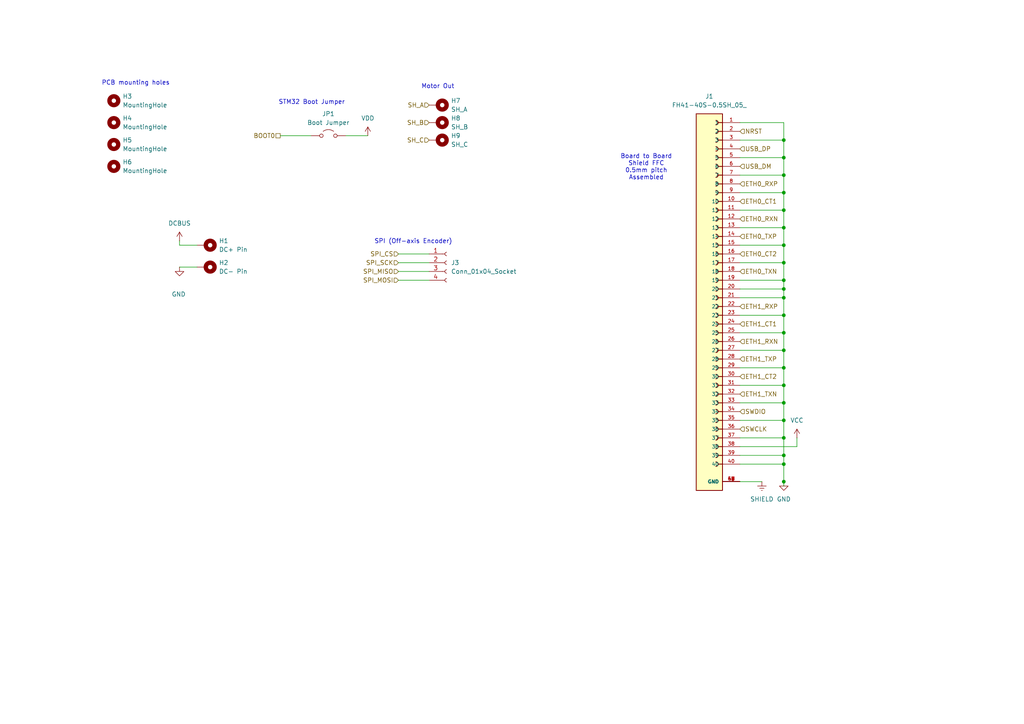
<source format=kicad_sch>
(kicad_sch (version 20231120) (generator "eeschema") (generator_version "8.0")
  (paper "A4")
  (lib_symbols
    (symbol "Connector:Conn_01x04_Socket" (pin_names (offset 1.016) hide)
      (property "Reference" "J" (at 0 5.08 0))
      (property "Value" "Conn_01x04_Socket" (at 0 -7.62 0))
      (symbol "Conn_01x04_Socket_1_1"
        (arc (start 0 -4.572) (mid -0.5058 -5.08) (end 0 -5.588) (stroke (width 0.1524)))
        (arc (start 0 -2.032) (mid -0.5058 -2.54) (end 0 -3.048) (stroke (width 0.1524)))
        (polyline (pts (xy -1.27 -5.08) (xy -0.508 -5.08)) (stroke (width 0.1524)))
        (polyline (pts (xy -1.27 -2.54) (xy -0.508 -2.54)) (stroke (width 0.1524)))
        (polyline (pts (xy -1.27 0) (xy -0.508 0)) (stroke (width 0.1524)))
        (polyline (pts (xy -1.27 2.54) (xy -0.508 2.54)) (stroke (width 0.1524)))
        (arc (start 0 0.508) (mid -0.5058 0) (end 0 -0.508) (stroke (width 0.1524)))
        (arc (start 0 3.048) (mid -0.5058 2.54) (end 0 2.032) (stroke (width 0.1524)))
        (pin passive line (at -5.08 2.54 0) (length 3.81) (name "Pin_1") (number "1"))
        (pin passive line (at -5.08 0 0) (length 3.81) (name "Pin_2") (number "2"))
        (pin passive line (at -5.08 -2.54 0) (length 3.81) (name "Pin_3") (number "3"))
        (pin passive line (at -5.08 -5.08 0) (length 3.81) (name "Pin_4") (number "4"))
      )
    )
    (symbol "FH41-40S-0.5SH_05_:FH41-40S-0.5SH_05_" (pin_names (offset 1.016))
      (property "Reference" "J" (at -7.62 54.61 0))
      (property "Value" "FH41-40S-0.5SH_05_" (at -7.62 -58.42 0))
      (symbol "FH41-40S-0.5SH_05__0_0"
        (rectangle (start -7.62 -55.88) (end 0 53.34) (stroke (width 0.254)) (fill (type background)))
        (arc (start -1.905 -48.895) (mid -1.2727 -48.26) (end -1.905 -47.625) (stroke (width 0.254)))
        (arc (start -1.905 -46.355) (mid -1.2727 -45.72) (end -1.905 -45.085) (stroke (width 0.254)))
        (arc (start -1.905 -43.815) (mid -1.2727 -43.18) (end -1.905 -42.545) (stroke (width 0.254)))
        (arc (start -1.905 -41.275) (mid -1.2727 -40.64) (end -1.905 -40.005) (stroke (width 0.254)))
        (arc (start -1.905 -38.735) (mid -1.2727 -38.1) (end -1.905 -37.465) (stroke (width 0.254)))
        (arc (start -1.905 -36.195) (mid -1.2727 -35.56) (end -1.905 -34.925) (stroke (width 0.254)))
        (arc (start -1.905 -33.655) (mid -1.2727 -33.02) (end -1.905 -32.385) (stroke (width 0.254)))
        (arc (start -1.905 -31.115) (mid -1.2727 -30.48) (end -1.905 -29.845) (stroke (width 0.254)))
        (arc (start -1.905 -28.575) (mid -1.2727 -27.94) (end -1.905 -27.305) (stroke (width 0.254)))
        (arc (start -1.905 -26.035) (mid -1.2727 -25.4) (end -1.905 -24.765) (stroke (width 0.254)))
        (arc (start -1.905 -23.495) (mid -1.2727 -22.86) (end -1.905 -22.225) (stroke (width 0.254)))
        (arc (start -1.905 -20.955) (mid -1.2727 -20.32) (end -1.905 -19.685) (stroke (width 0.254)))
        (arc (start -1.905 -18.415) (mid -1.2727 -17.78) (end -1.905 -17.145) (stroke (width 0.254)))
        (arc (start -1.905 -15.875) (mid -1.2727 -15.24) (end -1.905 -14.605) (stroke (width 0.254)))
        (arc (start -1.905 -13.335) (mid -1.2727 -12.7) (end -1.905 -12.065) (stroke (width 0.254)))
        (arc (start -1.905 -10.795) (mid -1.2727 -10.16) (end -1.905 -9.525) (stroke (width 0.254)))
        (arc (start -1.905 -8.255) (mid -1.2727 -7.62) (end -1.905 -6.985) (stroke (width 0.254)))
        (arc (start -1.905 -5.715) (mid -1.2727 -5.08) (end -1.905 -4.445) (stroke (width 0.254)))
        (arc (start -1.905 -3.175) (mid -1.2727 -2.54) (end -1.905 -1.905) (stroke (width 0.254)))
        (arc (start -1.905 -0.635) (mid -1.2727 0) (end -1.905 0.635) (stroke (width 0.254)))
        (arc (start -1.905 1.905) (mid -1.2727 2.54) (end -1.905 3.175) (stroke (width 0.254)))
        (arc (start -1.905 4.445) (mid -1.2727 5.08) (end -1.905 5.715) (stroke (width 0.254)))
        (arc (start -1.905 6.985) (mid -1.2727 7.62) (end -1.905 8.255) (stroke (width 0.254)))
        (arc (start -1.905 9.525) (mid -1.2727 10.16) (end -1.905 10.795) (stroke (width 0.254)))
        (arc (start -1.905 12.065) (mid -1.2727 12.7) (end -1.905 13.335) (stroke (width 0.254)))
        (arc (start -1.905 14.605) (mid -1.2727 15.24) (end -1.905 15.875) (stroke (width 0.254)))
        (arc (start -1.905 17.145) (mid -1.2727 17.78) (end -1.905 18.415) (stroke (width 0.254)))
        (arc (start -1.905 19.685) (mid -1.2727 20.32) (end -1.905 20.955) (stroke (width 0.254)))
        (arc (start -1.905 22.225) (mid -1.2727 22.86) (end -1.905 23.495) (stroke (width 0.254)))
        (arc (start -1.905 24.765) (mid -1.2727 25.4) (end -1.905 26.035) (stroke (width 0.254)))
        (arc (start -1.905 27.305) (mid -1.2727 27.94) (end -1.905 28.575) (stroke (width 0.254)))
        (arc (start -1.905 29.845) (mid -1.2727 30.48) (end -1.905 31.115) (stroke (width 0.254)))
        (arc (start -1.905 32.385) (mid -1.2727 33.02) (end -1.905 33.655) (stroke (width 0.254)))
        (arc (start -1.905 34.925) (mid -1.2727 35.56) (end -1.905 36.195) (stroke (width 0.254)))
        (arc (start -1.905 37.465) (mid -1.2727 38.1) (end -1.905 38.735) (stroke (width 0.254)))
        (arc (start -1.905 40.005) (mid -1.2727 40.64) (end -1.905 41.275) (stroke (width 0.254)))
        (arc (start -1.905 42.545) (mid -1.2727 43.18) (end -1.905 43.815) (stroke (width 0.254)))
        (arc (start -1.905 45.085) (mid -1.2727 45.72) (end -1.905 46.355) (stroke (width 0.254)))
        (arc (start -1.905 47.625) (mid -1.2727 48.26) (end -1.905 48.895) (stroke (width 0.254)))
        (arc (start -1.905 50.165) (mid -1.2727 50.8) (end -1.905 51.435) (stroke (width 0.254)))
        (polyline (pts (xy 0 -48.26) (xy -1.27 -48.26)) (stroke (width 0.254)))
        (polyline (pts (xy 0 -45.72) (xy -1.27 -45.72)) (stroke (width 0.254)))
        (polyline (pts (xy 0 -43.18) (xy -1.27 -43.18)) (stroke (width 0.254)))
        (polyline (pts (xy 0 -40.64) (xy -1.27 -40.64)) (stroke (width 0.254)))
        (polyline (pts (xy 0 -38.1) (xy -1.27 -38.1)) (stroke (width 0.254)))
        (polyline (pts (xy 0 -35.56) (xy -1.27 -35.56)) (stroke (width 0.254)))
        (polyline (pts (xy 0 -33.02) (xy -1.27 -33.02)) (stroke (width 0.254)))
        (polyline (pts (xy 0 -30.48) (xy -1.27 -30.48)) (stroke (width 0.254)))
        (polyline (pts (xy 0 -27.94) (xy -1.27 -27.94)) (stroke (width 0.254)))
        (polyline (pts (xy 0 -25.4) (xy -1.27 -25.4)) (stroke (width 0.254)))
        (polyline (pts (xy 0 -22.86) (xy -1.27 -22.86)) (stroke (width 0.254)))
        (polyline (pts (xy 0 -20.32) (xy -1.27 -20.32)) (stroke (width 0.254)))
        (polyline (pts (xy 0 -17.78) (xy -1.27 -17.78)) (stroke (width 0.254)))
        (polyline (pts (xy 0 -15.24) (xy -1.27 -15.24)) (stroke (width 0.254)))
        (polyline (pts (xy 0 -12.7) (xy -1.27 -12.7)) (stroke (width 0.254)))
        (polyline (pts (xy 0 -10.16) (xy -1.27 -10.16)) (stroke (width 0.254)))
        (polyline (pts (xy 0 -7.62) (xy -1.27 -7.62)) (stroke (width 0.254)))
        (polyline (pts (xy 0 -5.08) (xy -1.27 -5.08)) (stroke (width 0.254)))
        (polyline (pts (xy 0 -2.54) (xy -1.27 -2.54)) (stroke (width 0.254)))
        (polyline (pts (xy 0 0) (xy -1.27 0)) (stroke (width 0.254)))
        (polyline (pts (xy 0 2.54) (xy -1.27 2.54)) (stroke (width 0.254)))
        (polyline (pts (xy 0 5.08) (xy -1.27 5.08)) (stroke (width 0.254)))
        (polyline (pts (xy 0 7.62) (xy -1.27 7.62)) (stroke (width 0.254)))
        (polyline (pts (xy 0 10.16) (xy -1.27 10.16)) (stroke (width 0.254)))
        (polyline (pts (xy 0 12.7) (xy -1.27 12.7)) (stroke (width 0.254)))
        (polyline (pts (xy 0 15.24) (xy -1.27 15.24)) (stroke (width 0.254)))
        (polyline (pts (xy 0 17.78) (xy -1.27 17.78)) (stroke (width 0.254)))
        (polyline (pts (xy 0 20.32) (xy -1.27 20.32)) (stroke (width 0.254)))
        (polyline (pts (xy 0 22.86) (xy -1.27 22.86)) (stroke (width 0.254)))
        (polyline (pts (xy 0 25.4) (xy -1.27 25.4)) (stroke (width 0.254)))
        (polyline (pts (xy 0 27.94) (xy -1.27 27.94)) (stroke (width 0.254)))
        (polyline (pts (xy 0 30.48) (xy -1.27 30.48)) (stroke (width 0.254)))
        (polyline (pts (xy 0 33.02) (xy -1.27 33.02)) (stroke (width 0.254)))
        (polyline (pts (xy 0 35.56) (xy -1.27 35.56)) (stroke (width 0.254)))
        (polyline (pts (xy 0 38.1) (xy -1.27 38.1)) (stroke (width 0.254)))
        (polyline (pts (xy 0 40.64) (xy -1.27 40.64)) (stroke (width 0.254)))
        (polyline (pts (xy 0 43.18) (xy -1.27 43.18)) (stroke (width 0.254)))
        (polyline (pts (xy 0 45.72) (xy -1.27 45.72)) (stroke (width 0.254)))
        (polyline (pts (xy 0 48.26) (xy -1.27 48.26)) (stroke (width 0.254)))
        (polyline (pts (xy 0 50.8) (xy -1.27 50.8)) (stroke (width 0.254)))
        (pin passive line (at 5.08 50.8 180) (length 5.08) (name "1") (number "1"))
        (pin passive line (at 5.08 27.94 180) (length 5.08) (name "10") (number "10"))
        (pin passive line (at 5.08 25.4 180) (length 5.08) (name "11") (number "11"))
        (pin passive line (at 5.08 22.86 180) (length 5.08) (name "12") (number "12"))
        (pin passive line (at 5.08 20.32 180) (length 5.08) (name "13") (number "13"))
        (pin passive line (at 5.08 17.78 180) (length 5.08) (name "14") (number "14"))
        (pin passive line (at 5.08 15.24 180) (length 5.08) (name "15") (number "15"))
        (pin passive line (at 5.08 12.7 180) (length 5.08) (name "16") (number "16"))
        (pin passive line (at 5.08 10.16 180) (length 5.08) (name "17") (number "17"))
        (pin passive line (at 5.08 7.62 180) (length 5.08) (name "18") (number "18"))
        (pin passive line (at 5.08 5.08 180) (length 5.08) (name "19") (number "19"))
        (pin passive line (at 5.08 48.26 180) (length 5.08) (name "2") (number "2"))
        (pin passive line (at 5.08 2.54 180) (length 5.08) (name "20") (number "20"))
        (pin passive line (at 5.08 0 180) (length 5.08) (name "21") (number "21"))
        (pin passive line (at 5.08 -2.54 180) (length 5.08) (name "22") (number "22"))
        (pin passive line (at 5.08 -5.08 180) (length 5.08) (name "23") (number "23"))
        (pin passive line (at 5.08 -7.62 180) (length 5.08) (name "24") (number "24"))
        (pin passive line (at 5.08 -10.16 180) (length 5.08) (name "25") (number "25"))
        (pin passive line (at 5.08 -12.7 180) (length 5.08) (name "26") (number "26"))
        (pin passive line (at 5.08 -15.24 180) (length 5.08) (name "27") (number "27"))
        (pin passive line (at 5.08 -17.78 180) (length 5.08) (name "28") (number "28"))
        (pin passive line (at 5.08 -20.32 180) (length 5.08) (name "29") (number "29"))
        (pin passive line (at 5.08 45.72 180) (length 5.08) (name "3") (number "3"))
        (pin passive line (at 5.08 -22.86 180) (length 5.08) (name "30") (number "30"))
        (pin passive line (at 5.08 -25.4 180) (length 5.08) (name "31") (number "31"))
        (pin passive line (at 5.08 -27.94 180) (length 5.08) (name "32") (number "32"))
        (pin passive line (at 5.08 -30.48 180) (length 5.08) (name "33") (number "33"))
        (pin passive line (at 5.08 -33.02 180) (length 5.08) (name "34") (number "34"))
        (pin passive line (at 5.08 -35.56 180) (length 5.08) (name "35") (number "35"))
        (pin passive line (at 5.08 -38.1 180) (length 5.08) (name "36") (number "36"))
        (pin passive line (at 5.08 -40.64 180) (length 5.08) (name "37") (number "37"))
        (pin passive line (at 5.08 -43.18 180) (length 5.08) (name "38") (number "38"))
        (pin passive line (at 5.08 -45.72 180) (length 5.08) (name "39") (number "39"))
        (pin passive line (at 5.08 43.18 180) (length 5.08) (name "4") (number "4"))
        (pin passive line (at 5.08 -48.26 180) (length 5.08) (name "40") (number "40"))
        (pin power_in line (at 5.08 -53.34 180) (length 5.08) (name "GND") (number "41"))
        (pin power_in line (at 5.08 -53.34 180) (length 5.08) (name "GND") (number "42"))
        (pin power_in line (at 5.08 -53.34 180) (length 5.08) (name "GND") (number "43"))
        (pin power_in line (at 5.08 -53.34 180) (length 5.08) (name "GND") (number "44"))
        (pin power_in line (at 5.08 -53.34 180) (length 5.08) (name "GND") (number "45"))
        (pin power_in line (at 5.08 -53.34 180) (length 5.08) (name "GND") (number "46"))
        (pin power_in line (at 5.08 -53.34 180) (length 5.08) (name "GND") (number "47"))
        (pin power_in line (at 5.08 -53.34 180) (length 5.08) (name "GND") (number "48"))
        (pin power_in line (at 5.08 -53.34 180) (length 5.08) (name "GND") (number "49"))
        (pin passive line (at 5.08 40.64 180) (length 5.08) (name "5") (number "5"))
        (pin power_in line (at 5.08 -53.34 180) (length 5.08) (name "GND") (number "50"))
        (pin passive line (at 5.08 38.1 180) (length 5.08) (name "6") (number "6"))
        (pin passive line (at 5.08 35.56 180) (length 5.08) (name "7") (number "7"))
        (pin passive line (at 5.08 33.02 180) (length 5.08) (name "8") (number "8"))
        (pin passive line (at 5.08 30.48 180) (length 5.08) (name "9") (number "9"))
      )
    )
    (symbol "Jumper:Jumper_2_Open" (pin_numbers hide) (pin_names (offset 0) hide) (exclude_from_sim yes)
      (property "Reference" "JP" (at 0 2.794 0))
      (property "Value" "Jumper_2_Open" (at 0 -2.286 0))
      (symbol "Jumper_2_Open_0_0"
        (circle (center -2.032 0) (radius 0.508))
        (circle (center 2.032 0) (radius 0.508))
      )
      (symbol "Jumper_2_Open_0_1"
        (arc (start 1.524 1.27) (mid 0 1.778) (end -1.524 1.27))
      )
      (symbol "Jumper_2_Open_1_1"
        (pin passive line (at -5.08 0 0) (length 2.54) (name "A") (number "1"))
        (pin passive line (at 5.08 0 180) (length 2.54) (name "B") (number "2"))
      )
    )
    (symbol "Mechanical:MountingHole" (pin_names (offset 1.016)) (exclude_from_sim yes) (in_bom no)
      (property "Reference" "H" (at 0 5.08 0))
      (property "Value" "MountingHole" (at 0 3.175 0))
      (symbol "MountingHole_0_1"
        (circle (center 0 0) (radius 1.27) (stroke (width 1.27)))
      )
    )
    (symbol "Mechanical:MountingHole_Pad" (pin_numbers hide) (pin_names (offset 1.016) hide) (exclude_from_sim yes) (in_bom no)
      (property "Reference" "H" (at 0 6.35 0))
      (property "Value" "MountingHole_Pad" (at 0 4.445 0))
      (symbol "MountingHole_Pad_0_1"
        (circle (center 0 1.27) (radius 1.27) (stroke (width 1.27)))
      )
      (symbol "MountingHole_Pad_1_1"
        (pin input line (at 0 -2.54 90) (length 2.54) (name "1") (number "1"))
      )
    )
    (symbol "power:+3.3V" (power) (pin_numbers hide) (pin_names (offset 0) hide)
      (property "Value" "+3.3V" (at 0 3.556 0))
      (symbol "+3.3V_0_1"
        (polyline (pts (xy -0.762 1.27) (xy 0 2.54)))
        (polyline (pts (xy 0 0) (xy 0 2.54)))
        (polyline (pts (xy 0 2.54) (xy 0.762 1.27)))
      )
      (symbol "+3.3V_1_1"
        (pin power_in line (at 0 0 90) (length 0) (name "~") (number "1"))
      )
    )
    (symbol "power:Earth" (power) (pin_numbers hide) (pin_names (offset 0) hide)
      (property "Value" "Earth" (at 0 -3.81 0))
      (symbol "Earth_0_1"
        (polyline (pts (xy -0.635 -1.905) (xy 0.635 -1.905)))
        (polyline (pts (xy -0.127 -2.54) (xy 0.127 -2.54)))
        (polyline (pts (xy 0 -1.27) (xy 0 0)))
        (polyline (pts (xy 1.27 -1.27) (xy -1.27 -1.27)))
      )
      (symbol "Earth_1_1"
        (pin power_in line (at 0 0 270) (length 0) (name "~") (number "1"))
      )
    )
    (symbol "power:GND" (power) (pin_numbers hide) (pin_names (offset 0) hide)
      (property "Value" "GND" (at 0 -3.81 0))
      (symbol "GND_0_1"
        (polyline (pts (xy 0 0) (xy 0 -1.27) (xy 1.27 -1.27) (xy 0 -2.54) (xy -1.27 -1.27) (xy 0 -1.27)))
      )
      (symbol "GND_1_1"
        (pin power_in line (at 0 0 270) (length 0) (name "~") (number "1"))
      )
    )
    (symbol "power:VCC" (power) (pin_numbers hide) (pin_names (offset 0) hide)
      (property "Value" "VCC" (at 0 3.556 0))
      (symbol "VCC_0_1"
        (polyline (pts (xy -0.762 1.27) (xy 0 2.54)))
        (polyline (pts (xy 0 0) (xy 0 2.54)))
        (polyline (pts (xy 0 2.54) (xy 0.762 1.27)))
      )
      (symbol "VCC_1_1"
        (pin power_in line (at 0 0 90) (length 0) (name "~") (number "1"))
      )
    )
    (symbol "power:VDD" (power) (pin_numbers hide) (pin_names (offset 0) hide)
      (property "Value" "VDD" (at 0 3.556 0))
      (symbol "VDD_0_1"
        (polyline (pts (xy -0.762 1.27) (xy 0 2.54)))
        (polyline (pts (xy 0 0) (xy 0 2.54)))
        (polyline (pts (xy 0 2.54) (xy 0.762 1.27)))
      )
      (symbol "VDD_1_1"
        (pin power_in line (at 0 0 90) (length 0) (name "~") (number "1"))
      )
    )
  )
  (junction (at 227.33 139.7))
  (junction (at 227.33 81.28))
  (junction (at 227.33 86.36))
  (junction (at 227.33 96.52))
  (junction (at 227.33 101.6))
  (junction (at 227.33 132.08))
  (junction (at 227.33 134.62))
  (junction (at 227.33 121.92))
  (junction (at 227.33 60.96))
  (junction (at 227.33 50.8))
  (junction (at 227.33 91.44))
  (junction (at 227.33 71.12))
  (junction (at 227.33 127))
  (junction (at 227.33 106.68))
  (junction (at 227.33 66.04))
  (junction (at 227.33 111.76))
  (junction (at 227.33 83.82))
  (junction (at 227.33 76.2))
  (junction (at 227.33 45.72))
  (junction (at 227.33 40.64))
  (junction (at 227.33 55.88))
  (junction (at 227.33 116.84))
  (wire (pts (xy 214.63 60.96) (xy 227.33 60.96)))
  (wire (pts (xy 115.57 76.2) (xy 124.46 76.2)))
  (wire (pts (xy 227.33 45.72) (xy 227.33 50.8)))
  (wire (pts (xy 227.33 139.7) (xy 227.33 134.62)))
  (wire (pts (xy 227.33 121.92) (xy 227.33 127)))
  (wire (pts (xy 214.63 116.84) (xy 227.33 116.84)))
  (wire (pts (xy 231.14 127) (xy 231.14 129.54)))
  (wire (pts (xy 115.57 73.66) (xy 124.46 73.66)))
  (wire (pts (xy 214.63 81.28) (xy 227.33 81.28)))
  (wire (pts (xy 227.33 116.84) (xy 227.33 121.92)))
  (wire (pts (xy 52.07 77.47) (xy 57.15 77.47)))
  (wire (pts (xy 214.63 139.7) (xy 220.98 139.7)))
  (wire (pts (xy 214.63 45.72) (xy 227.33 45.72)))
  (wire (pts (xy 214.63 96.52) (xy 227.33 96.52)))
  (wire (pts (xy 214.63 111.76) (xy 227.33 111.76)))
  (wire (pts (xy 227.33 127) (xy 227.33 132.08)))
  (wire (pts (xy 214.63 132.08) (xy 227.33 132.08)))
  (wire (pts (xy 227.33 45.72) (xy 227.33 40.64)))
  (wire (pts (xy 214.63 40.64) (xy 227.33 40.64)))
  (wire (pts (xy 227.33 60.96) (xy 227.33 55.88)))
  (wire (pts (xy 227.33 86.36) (xy 227.33 91.44)))
  (wire (pts (xy 214.63 134.62) (xy 227.33 134.62)))
  (wire (pts (xy 227.33 111.76) (xy 227.33 116.84)))
  (wire (pts (xy 227.33 35.56) (xy 227.33 40.64)))
  (wire (pts (xy 227.33 81.28) (xy 227.33 76.2)))
  (wire (pts (xy 227.33 35.56) (xy 214.63 35.56)))
  (wire (pts (xy 115.57 81.28) (xy 124.46 81.28)))
  (wire (pts (xy 214.63 50.8) (xy 227.33 50.8)))
  (wire (pts (xy 214.63 129.54) (xy 231.14 129.54)))
  (wire (pts (xy 214.63 55.88) (xy 227.33 55.88)))
  (wire (pts (xy 227.33 55.88) (xy 227.33 50.8)))
  (wire (pts (xy 227.33 71.12) (xy 227.33 66.04)))
  (wire (pts (xy 227.33 101.6) (xy 227.33 106.68)))
  (wire (pts (xy 214.63 86.36) (xy 227.33 86.36)))
  (wire (pts (xy 227.33 132.08) (xy 227.33 134.62)))
  (wire (pts (xy 214.63 127) (xy 227.33 127)))
  (wire (pts (xy 227.33 81.28) (xy 227.33 83.82)))
  (wire (pts (xy 106.68 39.37) (xy 100.33 39.37)))
  (wire (pts (xy 115.57 78.74) (xy 124.46 78.74)))
  (wire (pts (xy 214.63 66.04) (xy 227.33 66.04)))
  (wire (pts (xy 214.63 101.6) (xy 227.33 101.6)))
  (wire (pts (xy 227.33 71.12) (xy 227.33 76.2)))
  (wire (pts (xy 52.07 69.85) (xy 52.07 71.12)))
  (wire (pts (xy 52.07 71.12) (xy 57.15 71.12)))
  (wire (pts (xy 227.33 83.82) (xy 227.33 86.36)))
  (wire (pts (xy 227.33 140.97) (xy 227.33 139.7)))
  (wire (pts (xy 227.33 106.68) (xy 227.33 111.76)))
  (wire (pts (xy 214.63 71.12) (xy 227.33 71.12)))
  (wire (pts (xy 214.63 106.68) (xy 227.33 106.68)))
  (wire (pts (xy 214.63 121.92) (xy 227.33 121.92)))
  (wire (pts (xy 214.63 91.44) (xy 227.33 91.44)))
  (wire (pts (xy 214.63 76.2) (xy 227.33 76.2)))
  (wire (pts (xy 81.28 39.37) (xy 90.17 39.37)))
  (wire (pts (xy 227.33 91.44) (xy 227.33 96.52)))
  (wire (pts (xy 214.63 83.82) (xy 227.33 83.82)))
  (wire (pts (xy 227.33 96.52) (xy 227.33 101.6)))
  (wire (pts (xy 227.33 66.04) (xy 227.33 60.96)))
  (text "STM32 Boot Jumper" (at 90.424 29.718 0) (effects (font (size 1.27 1.27))))
  (text "SPI (Off-axis Encoder)" (at 119.888 70.104 0) (effects (font (size 1.27 1.27))))
  (text "Motor Out" (at 127 25.146 0) (effects (font (size 1.27 1.27))))
  (text "Board to Board\nShield FFC\n0.5mm pitch\nAssembled" (at 187.452 48.514 0) (effects (font (size 1.27 1.27))))
  (text "PCB mounting holes" (at 39.37 24.13 0) (effects (font (size 1.27 1.27))))
  (hierarchical_label "ETH1_RXN" (shape input) (at 214.63 99.06 0))
  (hierarchical_label "SH_C" (shape input) (at 124.46 40.64 180))
  (hierarchical_label "ETH0_RXN" (shape input) (at 214.63 63.5 0))
  (hierarchical_label "SH_A" (shape input) (at 124.46 30.48 180))
  (hierarchical_label "BOOT0" (shape passive) (at 81.28 39.37 180))
  (hierarchical_label "ETH0_TXN" (shape input) (at 214.63 78.74 0))
  (hierarchical_label "ETH0_CT1" (shape input) (at 214.63 58.42 0))
  (hierarchical_label "ETH0_CT2" (shape input) (at 214.63 73.66 0))
  (hierarchical_label "ETH0_RXP" (shape input) (at 214.63 53.34 0))
  (hierarchical_label "SH_B" (shape input) (at 124.46 35.56 180))
  (hierarchical_label "SWDIO" (shape input) (at 214.63 119.38 0))
  (hierarchical_label "ETH1_TXN" (shape input) (at 214.63 114.3 0))
  (hierarchical_label "ETH1_TXP" (shape input) (at 214.63 104.14 0))
  (hierarchical_label "SPI_MOSI" (shape input) (at 115.57 81.28 180))
  (hierarchical_label "ETH0_TXP" (shape input) (at 214.63 68.58 0))
  (hierarchical_label "NRST" (shape input) (at 214.63 38.1 0))
  (hierarchical_label "SPI_MISO" (shape input) (at 115.57 78.74 180))
  (hierarchical_label "USB_DM" (shape input) (at 214.63 48.26 0))
  (hierarchical_label "USB_DP" (shape input) (at 214.63 43.18 0))
  (hierarchical_label "SPI_SCK" (shape input) (at 115.57 76.2 180))
  (hierarchical_label "SPI_CS" (shape input) (at 115.57 73.66 180))
  (hierarchical_label "ETH1_RXP" (shape input) (at 214.63 88.9 0))
  (hierarchical_label "SWCLK" (shape input) (at 214.63 124.46 0))
  (hierarchical_label "ETH1_CT2" (shape input) (at 214.63 109.22 0))
  (hierarchical_label "ETH1_CT1" (shape input) (at 214.63 93.98 0))
  (symbol (lib_id "power:GND") (at 227.33 139.7 0) (unit 1)
    (property "Reference" "#PWR057" (effects (hide yes)))
    (property "Value" "GND" (at 227.33 144.78 0))
    (property "Description" "Power symbol creates a global label with name \"GND\" , ground" (effects (hide yes)))
  )
  (symbol (lib_id "Mechanical:MountingHole_Pad") (at 127 30.48 270) (unit 1) (exclude_from_sim yes) (in_bom no)
    (property "Reference" "H7" (at 130.81 29.2099 90) (effects (justify left)))
    (property "Value" "SH_A" (at 130.81 31.7499 90) (effects (justify left)))
    (property "Description" "Mounting Hole with connection" (effects (hide yes)))
  )
  (symbol (lib_id "Mechanical:MountingHole_Pad") (at 59.69 77.47 270) (unit 1) (exclude_from_sim yes) (in_bom no)
    (property "Reference" "H2" (at 63.5 76.1999 90) (effects (justify left)))
    (property "Value" "DC- Pin" (at 63.5 78.7399 90) (effects (justify left)))
    (property "Description" "Mounting Hole with connection" (effects (hide yes)))
  )
  (symbol (lib_id "FH41-40S-0.5SH_05_:FH41-40S-0.5SH_05_") (at 209.55 86.36 0) (unit 1)
    (property "Reference" "J1" (at 205.74 27.94 0))
    (property "Value" "FH41-40S-0.5SH_05_" (at 205.74 30.48 0))
    (property "Footprint" "FH41-40S-0.5SH_05_:HRS_FH41-40S-0.5SH_05_" (effects (hide yes)))
    (property "MF" "Hirose Electric" (effects (hide yes)))
    (property "MAXIMUM_PACKAGE_HEIGHT" "4.74 mm" (effects (hide yes)))
    (property "Package" "None" (effects (hide yes)))
    (property "Price" "None" (effects (hide yes)))
    (property "Check_prices" "https://www.snapeda.com/parts/FH41-40S-0.5SH(05)/Hirose+Electric+Co+Ltd/view-part/?ref=eda" (effects (hide yes)))
    (property "STANDARD" "Manufacturer Recommendations" (effects (hide yes)))
    (property "PARTREV" "18.03.19" (effects (hide yes)))
    (property "SnapEDA_Link" "https://www.snapeda.com/parts/FH41-40S-0.5SH(05)/Hirose+Electric+Co+Ltd/view-part/?ref=snap" (effects (hide yes)))
    (property "MP" "FH41-40S-0.5SH(05)" (effects (hide yes)))
    (property "Description_1" "\n40 Position FFC Connector Contacts, Bottom 0.020 (0.50mm) Surface Mount, Right Angle\n" (effects (hide yes)))
    (property "Availability" "In Stock" (effects (hide yes)))
    (property "MANUFACTURER" "Hirose" (effects (hide yes)))
    (property "LCSC Part Number" "C596805" (effects (hide yes)))
  )
  (symbol (lib_id "power:Earth") (at 220.98 139.7 0) (unit 1)
    (property "Reference" "#PWR056" (effects (hide yes)))
    (property "Value" "SHIELD" (at 220.98 144.78 0))
    (property "Description" "Power symbol creates a global label with name \"Earth\"" (effects (hide yes)))
  )
  (symbol (lib_id "power:+3.3V") (at 52.07 69.85 0) (unit 1)
    (property "Reference" "#PWR0104" (effects (hide yes)))
    (property "Value" "DCBUS" (at 52.07 64.77 0))
    (property "Description" "Power symbol creates a global label with name \"+3.3V\"" (effects (hide yes)))
  )
  (symbol (lib_id "Mechanical:MountingHole") (at 33.02 41.91 0) (unit 1) (exclude_from_sim yes) (in_bom no)
    (property "Reference" "H5" (at 35.56 40.6399 0) (effects (justify left)))
    (property "Value" "MountingHole" (at 35.56 43.1799 0) (effects (justify left)))
    (property "Footprint" "MountingHole:MountingHole_2.2mm_M2" (effects (hide yes)))
    (property "Description" "Mounting Hole without connection" (effects (hide yes)))
  )
  (symbol (lib_id "Mechanical:MountingHole") (at 33.02 35.56 0) (unit 1) (exclude_from_sim yes) (in_bom no)
    (property "Reference" "H4" (at 35.56 34.2899 0) (effects (justify left)))
    (property "Value" "MountingHole" (at 35.56 36.8299 0) (effects (justify left)))
    (property "Footprint" "MountingHole:MountingHole_2.2mm_M2" (effects (hide yes)))
    (property "Description" "Mounting Hole without connection" (effects (hide yes)))
  )
  (symbol (lib_id "Jumper:Jumper_2_Open") (at 95.25 39.37 0) (unit 1) (exclude_from_sim yes)
    (property "Reference" "JP1" (at 95.25 33.02 0))
    (property "Value" "Boot Jumper" (at 95.25 35.56 0))
    (property "Description" "Jumper, 2-pole, open" (effects (hide yes)))
  )
  (symbol (lib_id "Mechanical:MountingHole_Pad") (at 127 35.56 270) (unit 1) (exclude_from_sim yes) (in_bom no)
    (property "Reference" "H8" (at 130.81 34.2899 90) (effects (justify left)))
    (property "Value" "SH_B" (at 130.81 36.8299 90) (effects (justify left)))
    (property "Description" "Mounting Hole with connection" (effects (hide yes)))
  )
  (symbol (lib_id "power:GND") (at 52.07 77.47 0) (unit 1)
    (property "Reference" "#PWR0105" (effects (hide yes)))
    (property "Value" "GND" (at 51.816 85.344 0))
  )
  (symbol (lib_id "Connector:Conn_01x04_Socket") (at 129.54 76.2 0) (unit 1)
    (property "Reference" "J3" (at 130.81 76.1999 0) (effects (justify left)))
    (property "Value" "Conn_01x04_Socket" (at 130.81 78.7399 0) (effects (justify left)))
    (property "Footprint" "Hole-Mounts:Nine-Hole" (effects (hide yes)))
    (property "Description" "Generic connector, single row, 01x04, script generated" (effects (hide yes)))
  )
  (symbol (lib_id "Mechanical:MountingHole") (at 33.02 48.26 0) (unit 1) (exclude_from_sim yes) (in_bom no)
    (property "Reference" "H6" (at 35.56 46.9899 0) (effects (justify left)))
    (property "Value" "MountingHole" (at 35.56 49.5299 0) (effects (justify left)))
    (property "Footprint" "MountingHole:MountingHole_2.2mm_M2" (effects (hide yes)))
    (property "Description" "Mounting Hole without connection" (effects (hide yes)))
  )
  (symbol (lib_id "Mechanical:MountingHole_Pad") (at 59.69 71.12 270) (unit 1) (exclude_from_sim yes) (in_bom no)
    (property "Reference" "H1" (at 63.5 69.8499 90) (effects (justify left)))
    (property "Value" "DC+ Pin" (at 63.5 72.3899 90) (effects (justify left)))
    (property "Description" "Mounting Hole with connection" (effects (hide yes)))
  )
  (symbol (lib_id "power:VCC") (at 231.14 127 0) (unit 1)
    (property "Reference" "#PWR0103" (effects (hide yes)))
    (property "Value" "VCC" (at 231.14 121.92 0))
    (property "Description" "Power symbol creates a global label with name \"VCC\"" (effects (hide yes)))
  )
  (symbol (lib_id "power:VDD") (at 106.68 39.37 0) (unit 1)
    (property "Reference" "#PWR062" (effects (hide yes)))
    (property "Value" "VDD" (at 106.68 34.29 0))
    (property "Description" "Power symbol creates a global label with name \"VDD\"" (effects (hide yes)))
  )
  (symbol (lib_id "Mechanical:MountingHole_Pad") (at 127 40.64 270) (unit 1) (exclude_from_sim yes) (in_bom no)
    (property "Reference" "H9" (at 130.81 39.3699 90) (effects (justify left)))
    (property "Value" "SH_C" (at 130.81 41.9099 90) (effects (justify left)))
    (property "Description" "Mounting Hole with connection" (effects (hide yes)))
  )
  (symbol (lib_id "Mechanical:MountingHole") (at 33.02 29.21 0) (unit 1) (exclude_from_sim yes) (in_bom no)
    (property "Reference" "H3" (at 35.56 27.9399 0) (effects (justify left)))
    (property "Value" "MountingHole" (at 35.56 30.4799 0) (effects (justify left)))
    (property "Footprint" "MountingHole:MountingHole_2.2mm_M2" (effects (hide yes)))
    (property "Description" "Mounting Hole without connection" (effects (hide yes)))
  )
)
</source>
